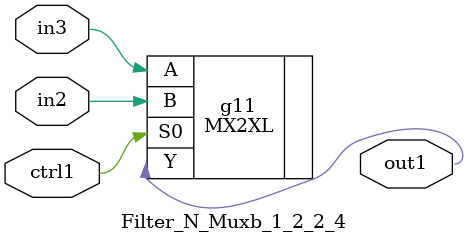
<source format=v>
`timescale 1ps / 1ps


module Filter_N_Muxb_1_2_2_4(in3, in2, ctrl1, out1);
  input in3, in2, ctrl1;
  output out1;
  wire in3, in2, ctrl1;
  wire out1;
  MX2XL g11(.A (in3), .B (in2), .S0 (ctrl1), .Y (out1));
endmodule



</source>
